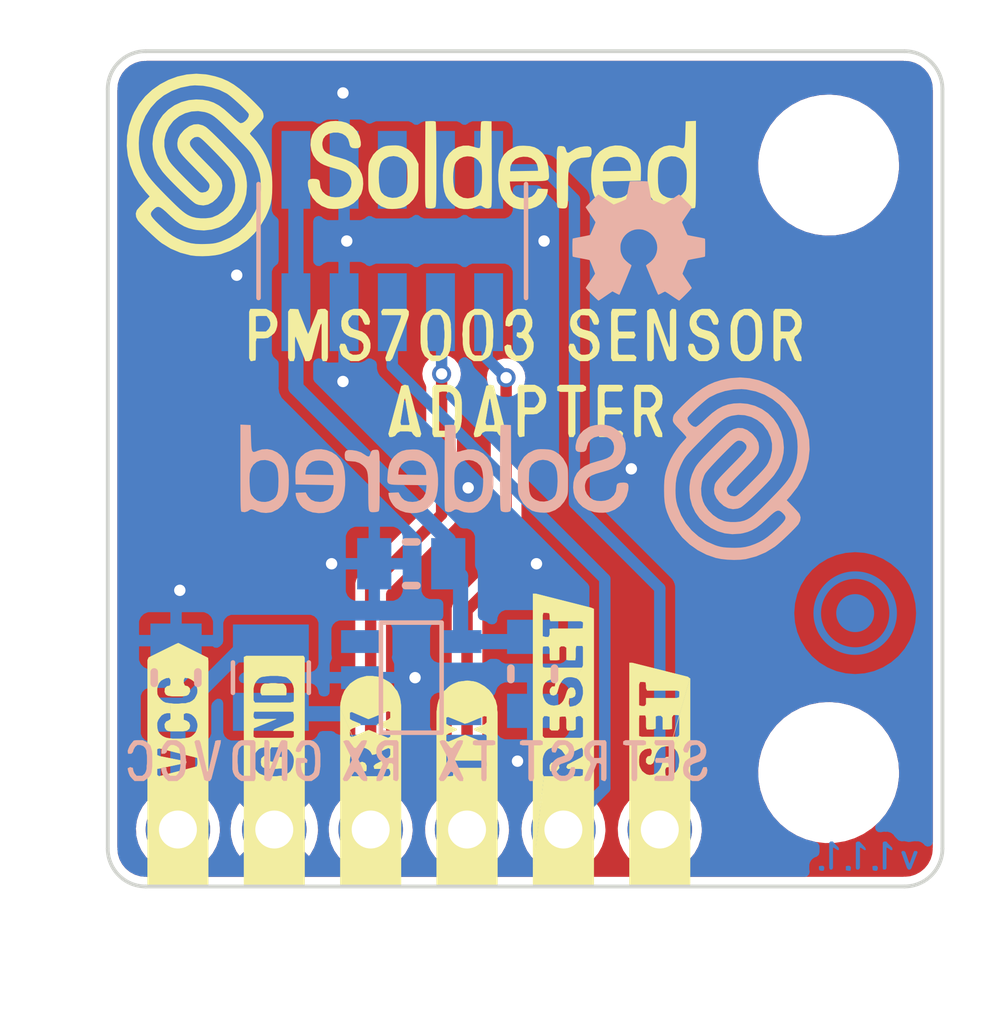
<source format=kicad_pcb>
(kicad_pcb (version 20211014) (generator pcbnew)
  (title_block (title "PMS7003 sesnor adapter") (date "2021-09-09") (rev "V1.1.1.") (company "SOLDERED") (comment 1 "333058"))
  (layers (0 "F.Cu" signal) (31 "B.Cu" signal) (34 "B.Paste" user) (35 "F.Paste" user) (36 "B.SilkS" user "B.Silkscreen") (37 "F.SilkS" user "F.Silkscreen") (38 "B.Mask" user) (39 "F.Mask" user) (44 "Edge.Cuts" user))
  (net 0 "")
  (net 1 "GND")
  (net 2 "5V")
  (net 3 "RESET")
  (net 4 "RX")
  (net 5 "TX")
  (net 6 "SET")
  (net 9 "VCC")
  (net 10 "Net-(L1-Pad1)")
  (footprint "buzzardLabel" (layer "F.Cu") (at 109.47 160.4 90)
    (fp_text reference "" (at 0 0 90) (layer "F.SilkS") (effects (font (size 1.27 1.27))))
    (fp_text value "" (at 0 0 90) (layer "F.SilkS") (effects (font (size 1.27 1.27))))
  )
  (footprint "Soldered Graphics:Logo-Front-SolderedFULL-15mm" (layer "F.Cu") (at 108 141)
    (fp_text reference "REF**" hide)
    (fp_text value "Logo-Front-SolderedFULL-15mm" hide)
  )
  (footprint "Soldered Graphics:Logo-Back-OSH-3.5mm" (layer "F.Cu") (at 114 143)
    (fp_text reference "G***" hide)
    (fp_text value "LOGO" hide)
  )
  (footprint "buzzardLabel" (layer "F.Cu") (at 111 147.5)
    (fp_text reference "" (at 0 0) (layer "F.SilkS") (effects (font (size 1.27 1.27))))
    (fp_text value "" (at 0 0) (layer "F.SilkS") (effects (font (size 1.27 1.27))))
  )
  (footprint "e-radionica.com footprinti:HOLE_3.2mm" (layer "F.Cu") (at 119 157)
    (fp_text reference "H2" hide)
    (fp_text value "HOLE_3.2mm" hide)
    (pad "" np_thru_hole circle locked (at 0 0) (size 3.2 3.2) (drill 3.2) (layers F&B.Cu *.Mask))
  )
  (footprint "buzzardLabel" (layer "F.Cu") (at 111 145.5)
    (fp_text reference "" (at 0 0) (layer "F.SilkS") (effects (font (size 1.27 1.27))))
    (fp_text value "" (at 0 0) (layer "F.SilkS") (effects (font (size 1.27 1.27))))
  )
  (footprint "buzzardLabel" (layer "F.Cu") (at 104.39 160.4 90)
    (fp_text reference "" (at 0 0 90) (layer "F.SilkS") (effects (font (size 1.27 1.27))))
    (fp_text value "" (at 0 0 90) (layer "F.SilkS") (effects (font (size 1.27 1.27))))
  )
  (footprint "buzzardLabel" (layer "F.Cu") (at 114.55 160.4 90)
    (fp_text reference "" (at 0 0 90) (layer "F.SilkS") (effects (font (size 1.27 1.27))))
    (fp_text value "" (at 0 0 90) (layer "F.SilkS") (effects (font (size 1.27 1.27))))
  )
  (footprint "buzzardLabel" (layer "F.Cu") (at 112.01 160.4 90)
    (fp_text reference "" (at 0 0 90) (layer "F.SilkS") (effects (font (size 1.27 1.27))))
    (fp_text value "" (at 0 0 90) (layer "F.SilkS") (effects (font (size 1.27 1.27))))
  )
  (footprint "buzzardLabel" (layer "F.Cu") (at 106.93 160.4 90)
    (fp_text reference "" (at 0 0 90) (layer "F.SilkS") (effects (font (size 1.27 1.27))))
    (fp_text value "" (at 0 0 90) (layer "F.SilkS") (effects (font (size 1.27 1.27))))
  )
  (footprint "e-radionica.com footprinti:HOLE_3.2mm" (layer "F.Cu") (at 119 141)
    (fp_text reference "H1" hide)
    (fp_text value "HOLE_3.2mm" hide)
    (pad "" np_thru_hole circle locked (at 0 0) (size 3.2 3.2) (drill 3.2) (layers F&B.Cu *.Mask))
  )
  (footprint "Soldered Graphics:Logo-Back-SolderedFULL-15mm" (layer "F.Cu") (at 111 149)
    (fp_text reference "REF**" hide)
    (fp_text value "Logo-Front-SolderedFULL-15mm" hide)
  )
  (footprint "buzzardLabel" (layer "F.Cu") (at 101.85 160.4 90)
    (fp_text reference "" (at 0 0 90) (layer "F.SilkS") (effects (font (size 1.27 1.27))))
    (fp_text value "" (at 0 0 90) (layer "F.SilkS") (effects (font (size 1.27 1.27))))
  )
  (footprint "e-radionica.com footprinti:HEADER_MALE_6X1" (layer "F.Cu") (at 108.2 158.5 180)
    (fp_text reference "K1")
    (fp_text value "HEADER_MALE_6X1")
    (pad "1" thru_hole circle locked (at -6.35 0 180) (size 1.7 1.7) (drill 1) (layers *.Cu *.Mask) (net 6 "SET"))
    (pad "2" thru_hole circle locked (at -3.81 0 180) (size 1.7 1.7) (drill 1) (layers *.Cu *.Mask) (net 3 "RESET"))
    (pad "3" thru_hole circle locked (at -1.27 0 180) (size 1.7 1.7) (drill 1) (layers *.Cu *.Mask) (net 5 "TX"))
    (pad "4" thru_hole circle locked (at 1.27 0 180) (size 1.7 1.7) (drill 1) (layers *.Cu *.Mask) (net 4 "RX"))
    (pad "5" thru_hole circle locked (at 3.81 0 180) (size 1.7 1.7) (drill 1) (layers *.Cu *.Mask) (net 1 "GND"))
    (pad "6" thru_hole circle locked (at 6.35 0 180) (size 1.7 1.7) (drill 1) (layers *.Cu *.Mask) (net 9 "VCC"))
  )
  (footprint "e-radionica.com footprinti:0806L" (layer "B.Cu") (at 104.3 154.5 90)
    (fp_text reference "L1")
    (fp_text value "DFE201612E-2R2M=P2")
    (pad "1" smd rect (at -0.9 0 90) (size 1 2) (layers "B.Cu" "B.Paste" "B.Mask") (net 10 "Net-(L1-Pad1)"))
    (pad "2" smd rect (at 0.9 0 90) (size 1 2) (layers "B.Cu" "B.Paste" "B.Mask") (net 9 "VCC"))
  )
  (footprint "e-radionica.com footprinti:FIDUCIAL_23" (layer "B.Cu") (at 119.7 152.8 180)
    (fp_text reference "FD1")
    (fp_text value "FIDUCIAL")
    (fp_circle (center 0 0) (end 1 0) (layer "B.Cu") (width 0.2) (fill none))
    (pad "1" smd circle (at 0 0 180) (size 1 1) (layers "B.Cu" "B.Paste" "B.Mask") (clearance 1.1))
  )
  (footprint "Soldered Graphics:Version1.1.1." (layer "B.Cu") (at 120 159.2 180)
    (fp_text reference "REF**" hide)
    (fp_text value "Version1.1.1." hide)
    (fp_poly (pts (xy 0.43 -0.38) (xy 0.48 -0.38) (xy 0.54 -0.37) (xy 0.54 -0.33) (xy 0.54 -0.27) (xy 0.5 -0.26) (xy 0.45 -0.26) (xy 0.42 -0.29) (xy 0.42 -0.34) (xy 0.43 -0.38)) (layer "B.Cu") (width 0.01) (fill solid))
    (fp_poly (pts (xy -1.15 -0.35) (xy -1.1 -0.35) (xy -1.07 -0.31) (xy -0.92 0.1) (xy -0.94 0.13) (xy -0.99 0.13) (xy -1.02 0.1) (xy -1.11 -0.16) (xy -1.13 -0.21) (xy -1.15 -0.17) (xy -1.24 0.09) (xy -1.26 0.13) (xy -1.32 0.13) (xy -1.34 0.1) (xy -1.18 -0.31) (xy -1.15 -0.35)) (layer "B.Cu") (width 0.01) (fill solid))
    (fp_poly (pts (xy 1.14 -0.38) (xy 1.19 -0.38) (xy 1.24 -0.37) (xy 1.25 -0.33) (xy 1.25 -0.27) (xy 1.2 -0.26) (xy 1.15 -0.26) (xy 1.12 -0.29) (xy 1.12 -0.34) (xy 1.14 -0.38)) (layer "B.Cu") (width 0.01) (fill solid))
    (fp_poly (pts (xy 0.91 -0.35) (xy 0.96 -0.35) (xy 0.98 -0.31) (xy 0.98 0.35) (xy 0.95 0.38) (xy 0.89 0.38) (xy 0.86 0.34) (xy 0.74 0.22) (xy 0.73 0.17) (xy 0.76 0.16) (xy 0.85 0.22) (xy 0.89 0.23) (xy 0.89 -0.31) (xy 0.91 -0.35)) (layer "B.Cu") (width 0.01) (fill solid))
    (fp_poly (pts (xy -0.5 -0.35) (xy -0.44 -0.35) (xy -0.43 -0.31) (xy -0.43 0.35) (xy -0.46 0.38) (xy -0.52 0.38) (xy -0.55 0.34) (xy -0.67 0.22) (xy -0.68 0.17) (xy -0.65 0.16) (xy -0.56 0.22) (xy -0.52 0.23) (xy -0.52 -0.31) (xy -0.5 -0.35)) (layer "B.Cu") (width 0.01) (fill solid))
    (fp_poly (pts (xy 0.21 -0.35) (xy 0.26 -0.35) (xy 0.28 -0.31) (xy 0.28 0.35) (xy 0.24 0.38) (xy 0.19 0.38) (xy 0.15 0.34) (xy 0.04 0.22) (xy 0.02 0.17) (xy 0.05 0.16) (xy 0.14 0.22) (xy 0.18 0.23) (xy 0.18 -0.31) (xy 0.21 -0.35)) (layer "B.Cu") (width 0.01) (fill solid))
    (fp_poly (pts (xy -0.27 -0.38) (xy -0.22 -0.38) (xy -0.17 -0.37) (xy -0.16 -0.33) (xy -0.16 -0.27) (xy -0.21 -0.26) (xy -0.26 -0.26) (xy -0.29 -0.29) (xy -0.29 -0.34) (xy -0.27 -0.38)) (layer "B.Cu") (width 0.01) (fill solid))
  )
  (footprint "e-radionica.com footprinti:tps613222a" (layer "B.Cu") (at 108 154.5)
    (fp_text reference "U1")
    (fp_text value "TPS613222A")
    (pad "1" smd rect (at -1.3 0.95) (size 1.1 0.6) (layers "B.Cu" "B.Paste" "B.Mask") (net 10 "Net-(L1-Pad1)"))
    (pad "2" smd rect (at -1.3 0) (size 1.1 0.6) (layers "B.Cu" "B.Paste" "B.Mask") (net 1 "GND"))
    (pad "3" smd rect (at -1.3 -0.95) (size 1.1 0.6) (layers "B.Cu" "B.Paste" "B.Mask"))
    (pad "4" smd rect (at 1.3 -0.95) (size 1.1 0.6) (layers "B.Cu" "B.Paste" "B.Mask") (net 2 "5V"))
    (pad "5" smd rect (at 1.3 0.95) (size 1.1 0.6) (layers "B.Cu" "B.Paste" "B.Mask"))
  )
  (footprint "buzzardLabel" (layer "B.Cu") (at 112.01 156.7 180)
    (fp_text reference "" (at 0 0) (layer "B.SilkS") (effects (font (size 1.27 1.27)) (justify mirror)))
    (fp_text value "" (at 0 0) (layer "B.SilkS") (effects (font (size 1.27 1.27)) (justify mirror)))
  )
  (footprint "e-radionica.com footprinti:0805C" (layer "B.Cu") (at 108 151.5)
    (fp_text reference "C2")
    (fp_text value "CL10A226MPCNUBE")
    (pad "1" smd rect locked (at -0.975 0 270) (size 1.35 0.9) (layers "B.Cu" "B.Paste" "B.Mask") (net 1 "GND"))
    (pad "2" smd rect locked (at 0.975 0 270) (size 1.35 0.9) (layers "B.Cu" "B.Paste" "B.Mask") (net 2 "5V"))
  )
  (footprint "buzzardLabel" (layer "B.Cu") (at 106.93 156.7 180)
    (fp_text reference "" (at 0 0) (layer "B.SilkS") (effects (font (size 1.27 1.27)) (justify mirror)))
    (fp_text value "" (at 0 0) (layer "B.SilkS") (effects (font (size 1.27 1.27)) (justify mirror)))
  )
  (footprint "e-radionica.com footprinti:HEADER_FEMALE_5x2_1.27mm_SMD" (layer "B.Cu") (at 107.5 143)
    (fp_text reference "K2")
    (fp_text value "HEADER_MALE_5x2_1.27mm")
    (pad "1" smd rect (at -2.54 -1.875 270) (size 2.05 0.76) (layers "B.Cu" "B.Paste" "B.Mask") (net 2 "5V"))
    (pad "2" smd rect (at -1.27 -1.875 270) (size 2.05 0.76) (layers "B.Cu" "B.Paste" "B.Mask") (net 1 "GND"))
    (pad "3" smd rect (at 0 -1.875 270) (size 2.05 0.76) (layers "B.Cu" "B.Paste" "B.Mask"))
    (pad "4" smd rect (at 1.27 -1.875 270) (size 2.05 0.76) (layers "B.Cu" "B.Paste" "B.Mask"))
    (pad "5" smd rect (at 2.54 -1.875 270) (size 2.05 0.76) (layers "B.Cu" "B.Paste" "B.Mask") (net 6 "SET"))
    (pad "6" smd rect (at 2.54 1.875 270) (size 2.05 0.76) (layers "B.Cu" "B.Paste" "B.Mask") (net 5 "TX"))
    (pad "7" smd rect (at 1.27 1.875 270) (size 2.05 0.76) (layers "B.Cu" "B.Paste" "B.Mask") (net 4 "RX"))
    (pad "8" smd rect (at 0 1.875 270) (size 2.05 0.76) (layers "B.Cu" "B.Paste" "B.Mask") (net 3 "RESET"))
    (pad "9" smd rect (at -1.27 1.875 270) (size 2.05 0.76) (layers "B.Cu" "B.Paste" "B.Mask") (net 1 "GND"))
    (pad "10" smd rect (at -2.54 1.875 270) (size 2.05 0.76) (layers "B.Cu" "B.Paste" "B.Mask") (net 2 "5V"))
  )
  (footprint "e-radionica.com footprinti:0805C" (layer "B.Cu") (at 111.2 154.4 90)
    (fp_text reference "C1")
    (fp_text value "CL10A226MPCNUBE")
    (pad "1" smd rect locked (at -0.975 0) (size 1.35 0.9) (layers "B.Cu" "B.Paste" "B.Mask") (net 1 "GND"))
    (pad "2" smd rect locked (at 0.975 0) (size 1.35 0.9) (layers "B.Cu" "B.Paste" "B.Mask") (net 2 "5V"))
  )
  (footprint "buzzardLabel" (layer "B.Cu") (at 101.75 156.7 180)
    (fp_text reference "" (at 0 0) (layer "B.SilkS") (effects (font (size 1.27 1.27)) (justify mirror)))
    (fp_text value "" (at 0 0) (layer "B.SilkS") (effects (font (size 1.27 1.27)) (justify mirror)))
  )
  (footprint "e-radionica.com footprinti:0805C" (layer "B.Cu") (at 101.8 154.5 -90)
    (fp_text reference "C3")
    (fp_text value "C1608X7S1A475K080AC")
    (pad "1" smd rect locked (at -0.975 0 180) (size 1.35 0.9) (layers "B.Cu" "B.Paste" "B.Mask") (net 1 "GND"))
    (pad "2" smd rect locked (at 0.975 0 180) (size 1.35 0.9) (layers "B.Cu" "B.Paste" "B.Mask") (net 9 "VCC"))
  )
  (footprint "buzzardLabel" (layer "B.Cu") (at 114.7 156.7 180)
    (fp_text reference "" (at 0 0) (layer "B.SilkS") (effects (font (size 1.27 1.27)) (justify mirror)))
    (fp_text value "" (at 0 0) (layer "B.SilkS") (effects (font (size 1.27 1.27)) (justify mirror)))
  )
  (footprint "buzzardLabel" (layer "B.Cu") (at 104.45 156.7 180)
    (fp_text reference "" (at 0 0) (layer "B.SilkS") (effects (font (size 1.27 1.27)) (justify mirror)))
    (fp_text value "" (at 0 0) (layer "B.SilkS") (effects (font (size 1.27 1.27)) (justify mirror)))
  )
  (footprint "buzzardLabel" (layer "B.Cu") (at 109.47 156.7 180)
    (fp_text reference "" (at 0 0) (layer "B.SilkS") (effects (font (size 1.27 1.27)) (justify mirror)))
    (fp_text value "" (at 0 0) (layer "B.SilkS") (effects (font (size 1.27 1.27)) (justify mirror)))
  )
  (gr_line (start 121 160) (end 101 160) (layer "Edge.Cuts") (width 0.1))
  (gr_arc (start 100 139) (mid 100.292893 138.292893) (end 101 138) (layer "Edge.Cuts") (width 0.1))
  (gr_line (start 100 159) (end 100 139) (layer "Edge.Cuts") (width 0.1))
  (gr_arc (start 122 159) (mid 121.707107 159.707107) (end 121 160) (layer "Edge.Cuts") (width 0.1))
  (gr_line (start 122 139) (end 122 159) (layer "Edge.Cuts") (width 0.1))
  (gr_arc (start 121 138) (mid 121.707107 138.292893) (end 122 139) (layer "Edge.Cuts") (width 0.1))
  (gr_arc (start 101 160) (mid 100.292893 159.707107) (end 100 159) (layer "Edge.Cuts") (width 0.1))
  (gr_line (start 101 138) (end 121 138) (layer "Edge.Cuts") (width 0.1))
  (via (at 106.2 139.1) (size 0.5) (drill 0.3) (layers "F.Cu" "B.Cu") (net 1))
  (via (at 108.1 154.5) (size 0.5) (drill 0.3) (layers "F.Cu" "B.Cu") (net 1))
  (via (at 110.8 156.7) (size 0.5) (drill 0.3) (layers "F.Cu" "B.Cu") (net 1))
  (via (at 105.9 151.5) (size 0.5) (drill 0.3) (layers "F.Cu" "B.Cu") (net 1))
  (via (at 111.3 151.5) (size 0.5) (drill 0.3) (layers "F.Cu" "B.Cu") (net 1))
  (via (at 109.5 149.5) (size 0.5) (drill 0.3) (layers "F.Cu" "B.Cu") (net 1))
  (via (at 101.9 152.2) (size 0.5) (drill 0.3) (layers "F.Cu" "B.Cu") (net 1))
  (via (at 106.3 143) (size 0.5) (drill 0.3) (layers "F.Cu" "B.Cu") (net 1))
  (via (at 103.4 143.9) (size 0.5) (drill 0.3) (layers "F.Cu" "B.Cu") (net 1))
  (via (at 106.2 146.7) (size 0.5) (drill 0.3) (layers "F.Cu" "B.Cu") (net 1))
  (via (at 113.8 149) (size 0.5) (drill 0.3) (layers "F.Cu" "B.Cu") (net 1))
  (via (at 111.5 143) (size 0.5) (drill 0.3) (layers "F.Cu" "B.Cu") (net 1))
  (segment (start 104.96 146.86) (end 104.96 144.875) (width 0.4) (layer "B.Cu") (net 2))
  (segment (start 109.3 151.825) (end 108.975 151.5) (width 0.4) (layer "B.Cu") (net 2))
  (segment (start 109.3 153.55) (end 109.3 151.825) (width 0.4) (layer "B.Cu") (net 2))
  (segment (start 104.96 141.125) (end 104.96 144.875) (width 0.4) (layer "B.Cu") (net 2))
  (segment (start 108.975 150.875) (end 104.96 146.86) (width 0.4) (layer "B.Cu") (net 2))
  (segment (start 109.3 153.55) (end 111.075 153.55) (width 0.4) (layer "B.Cu") (net 2))
  (segment (start 108.975 151.5) (end 108.975 150.875) (width 0.4) (layer "B.Cu") (net 2))
  (segment (start 111.075 153.55) (end 111.2 153.425) (width 0.4) (layer "B.Cu") (net 2))
  (segment (start 113.1 151.9) (end 107.5 146.3) (width 0.3) (layer "B.Cu") (net 3))
  (segment (start 113.1 157.41) (end 113.1 151.9) (width 0.3) (layer "B.Cu") (net 3))
  (segment (start 107.5 146.3) (end 107.5 144.875) (width 0.3) (layer "B.Cu") (net 3))
  (segment (start 112.01 158.5) (end 113.1 157.41) (width 0.3) (layer "B.Cu") (net 3))
  (segment (start 108.8 146.5) (end 108.8 150.2) (width 0.3) (layer "F.Cu") (net 4))
  (segment (start 106.93 152.07) (end 106.93 158.5) (width 0.3) (layer "F.Cu") (net 4))
  (segment (start 108.8 150.2) (end 106.93 152.07) (width 0.3) (layer "F.Cu") (net 4))
  (via (at 108.8 146.5) (size 0.5) (drill 0.3) (layers "F.Cu" "B.Cu") (net 4))
  (segment (start 108.8 144.905) (end 108.77 144.875) (width 0.3) (layer "B.Cu") (net 4))
  (segment (start 108.8 146.5) (end 108.8 144.905) (width 0.3) (layer "B.Cu") (net 4))
  (segment (start 110.5 146.6) (end 110.5 151.7) (width 0.3) (layer "F.Cu") (net 5))
  (segment (start 109.47 152.73) (end 109.47 158.5) (width 0.3) (layer "F.Cu") (net 5))
  (segment (start 110.5 151.7) (end 109.47 152.73) (width 0.3) (layer "F.Cu") (net 5))
  (via (at 110.5 146.6) (size 0.5) (drill 0.3) (layers "F.Cu" "B.Cu") (net 5))
  (segment (start 110 144.915) (end 110.04 144.875) (width 0.3) (layer "B.Cu") (net 5))
  (segment (start 110.5 146.6) (end 110 146.1) (width 0.3) (layer "B.Cu") (net 5))
  (segment (start 110 146.1) (end 110 144.915) (width 0.3) (layer "B.Cu") (net 5))
  (segment (start 114.55 158.5) (end 114.55 152.15) (width 0.3) (layer "B.Cu") (net 6))
  (segment (start 112.3 149.9) (end 112.3 141.9) (width 0.3) (layer "B.Cu") (net 6))
  (segment (start 114.55 152.15) (end 112.3 149.9) (width 0.3) (layer "B.Cu") (net 6))
  (segment (start 112.3 141.9) (end 111.525 141.125) (width 0.3) (layer "B.Cu") (net 6))
  (segment (start 111.525 141.125) (end 110.04 141.125) (width 0.3) (layer "B.Cu") (net 6))
  (segment (start 103.675 153.6) (end 101.8 155.475) (width 0.4) (layer "B.Cu") (net 9))
  (segment (start 104.3 153.6) (end 103.675 153.6) (width 0.4) (layer "B.Cu") (net 9))
  (segment (start 101.85 158.5) (end 101.85 155.525) (width 0.4) (layer "B.Cu") (net 9))
  (segment (start 101.85 155.525) (end 101.8 155.475) (width 0.4) (layer "B.Cu") (net 9))
  (segment (start 106.7 155.45) (end 104.35 155.45) (width 0.4) (layer "B.Cu") (net 10))
  (segment (start 104.35 155.45) (end 104.3 155.4) (width 0.4) (layer "B.Cu") (net 10))
  (zone (net 1) (net_name "GND") (layers F&B.Cu) (connect_pads (clearance 0.254)) (min_thickness 0.254) (fill yes (thermal_gap 0.3) (thermal_bridge_width 0.3))
    (polygon (pts (xy 122 160) (xy 100 160) (xy 100 138) (xy 122 138)))
  )
)
</source>
